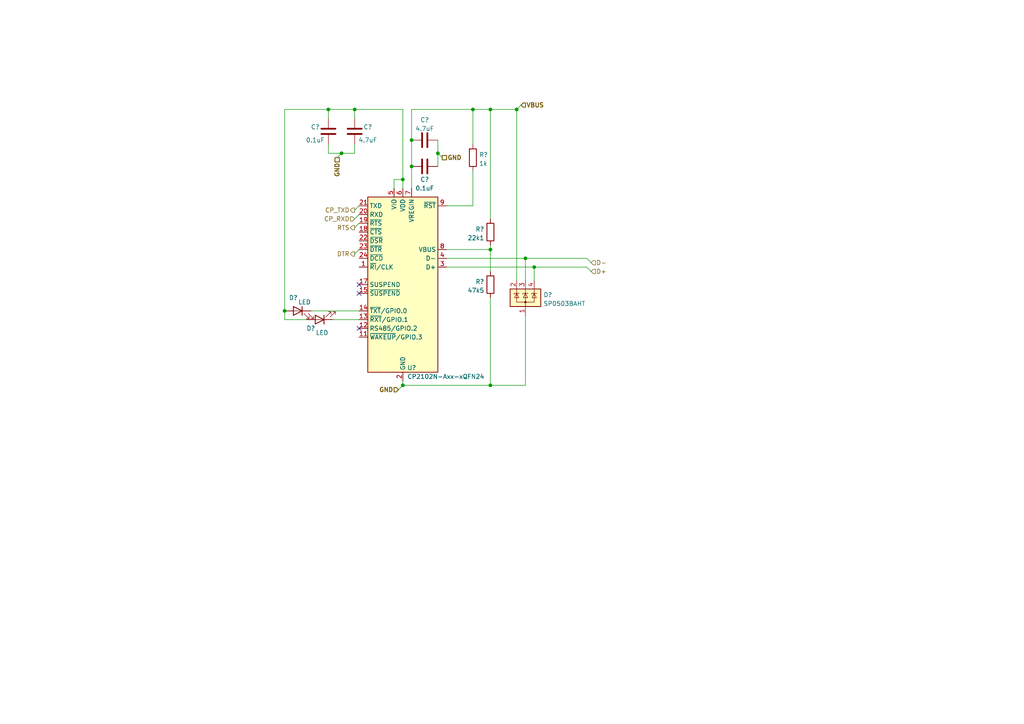
<source format=kicad_sch>
(kicad_sch (version 20211123) (generator eeschema)
  (paper "A4")
  (title_block (title "CanSat 2023") (company "The Project Skyfall"))
  (lib_symbols
    (symbol "Device:C" (pin_numbers hide) (pin_names (offset 0.254))
      (property "Reference" "C" (at 0.635 2.54 0))
      (property "Value" "C" (at 0.635 -2.54 0))
      (symbol "C_0_1"
        (polyline (pts (xy -2.032 -0.762) (xy 2.032 -0.762)) (stroke (width 0.508)))
        (polyline (pts (xy -2.032 0.762) (xy 2.032 0.762)) (stroke (width 0.508)))
      )
      (symbol "C_1_1"
        (pin passive line (at 0 3.81 270) (length 2.794) (name "~") (number "1"))
        (pin passive line (at 0 -3.81 90) (length 2.794) (name "~") (number "2"))
      )
    )
    (symbol "Device:LED" (pin_numbers hide) (pin_names (offset 1.016) hide)
      (property "Reference" "D" (at 0 2.54 0))
      (property "Value" "LED" (at 0 -2.54 0))
      (symbol "LED_0_1"
        (polyline (pts (xy -1.27 -1.27) (xy -1.27 1.27)) (stroke (width 0.254)))
        (polyline (pts (xy -1.27 0) (xy 1.27 0)))
        (polyline (pts (xy 1.27 -1.27) (xy 1.27 1.27) (xy -1.27 0) (xy 1.27 -1.27)) (stroke (width 0.254)))
        (polyline (pts (xy -3.048 -0.762) (xy -4.572 -2.286) (xy -3.81 -2.286) (xy -4.572 -2.286) (xy -4.572 -1.524)))
        (polyline (pts (xy -1.778 -0.762) (xy -3.302 -2.286) (xy -2.54 -2.286) (xy -3.302 -2.286) (xy -3.302 -1.524)))
      )
      (symbol "LED_1_1"
        (pin passive line (at -3.81 0 0) (length 2.54) (name "K") (number "1"))
        (pin passive line (at 3.81 0 180) (length 2.54) (name "A") (number "2"))
      )
    )
    (symbol "Device:R" (pin_numbers hide) (pin_names (offset 0))
      (property "Reference" "R" (at 2.032 0 90))
      (property "Value" "R" (at 0 0 90))
      (symbol "R_0_1"
        (rectangle (start -1.016 -2.54) (end 1.016 2.54) (stroke (width 0.254)))
      )
      (symbol "R_1_1"
        (pin passive line (at 0 3.81 270) (length 1.27) (name "~") (number "1"))
        (pin passive line (at 0 -3.81 90) (length 1.27) (name "~") (number "2"))
      )
    )
    (symbol "Interface_USB:CP2102N-Axx-xQFN24"
      (property "Reference" "U" (at -8.89 26.67 0))
      (property "Value" "CP2102N-Axx-xQFN24" (at 13.97 26.67 0))
      (symbol "CP2102N-Axx-xQFN24_0_1"
        (rectangle (start -10.16 25.4) (end 10.16 -25.4) (stroke (width 0.254)) (fill (type background)))
      )
      (symbol "CP2102N-Axx-xQFN24_1_1"
        (pin bidirectional line (at 12.7 5.08 180) (length 2.54) (name "~{RI}/CLK") (number "1"))
        (pin no_connect line (at -10.16 -22.86 0) (length 2.54) hide (name "NC") (number "10"))
        (pin bidirectional line (at 12.7 -15.24 180) (length 2.54) (name "~{WAKEUP}/GPIO.3") (number "11"))
        (pin bidirectional line (at 12.7 -12.7 180) (length 2.54) (name "RS485/GPIO.2") (number "12"))
        (pin bidirectional line (at 12.7 -10.16 180) (length 2.54) (name "~{RXT}/GPIO.1") (number "13"))
        (pin bidirectional line (at 12.7 -7.62 180) (length 2.54) (name "~{TXT}/GPIO.0") (number "14"))
        (pin output line (at 12.7 -2.54 180) (length 2.54) (name "~{SUSPEND}") (number "15"))
        (pin no_connect line (at 10.16 -22.86 180) (length 2.54) hide (name "NC") (number "16"))
        (pin output line (at 12.7 0 180) (length 2.54) (name "SUSPEND") (number "17"))
        (pin input line (at 12.7 15.24 180) (length 2.54) (name "~{CTS}") (number "18"))
        (pin output line (at 12.7 17.78 180) (length 2.54) (name "~{RTS}") (number "19"))
        (pin power_in line (at 0 -27.94 90) (length 2.54) (name "GND") (number "2"))
        (pin input line (at 12.7 20.32 180) (length 2.54) (name "RXD") (number "20"))
        (pin output line (at 12.7 22.86 180) (length 2.54) (name "TXD") (number "21"))
        (pin input line (at 12.7 12.7 180) (length 2.54) (name "~{DSR}") (number "22"))
        (pin output line (at 12.7 10.16 180) (length 2.54) (name "~{DTR}") (number "23"))
        (pin input line (at 12.7 7.62 180) (length 2.54) (name "~{DCD}") (number "24"))
        (pin passive line (at 0 -27.94 90) (length 2.54) hide (name "GND") (number "25"))
        (pin bidirectional line (at -12.7 5.08 0) (length 2.54) (name "D+") (number "3"))
        (pin bidirectional line (at -12.7 7.62 0) (length 2.54) (name "D-") (number "4"))
        (pin power_in line (at 2.54 27.94 270) (length 2.54) (name "VIO") (number "5"))
        (pin power_in line (at 0 27.94 270) (length 2.54) (name "VDD") (number "6"))
        (pin power_in line (at -2.54 27.94 270) (length 2.54) (name "VREGIN") (number "7"))
        (pin input line (at -12.7 10.16 0) (length 2.54) (name "VBUS") (number "8"))
        (pin input line (at -12.7 22.86 0) (length 2.54) (name "~{RST}") (number "9"))
      )
    )
    (symbol "Power_Protection:SP0503BAHT" (pin_names hide)
      (property "Reference" "D" (at 5.715 2.54 0))
      (property "Value" "SP0503BAHT" (at 5.715 0.635 0))
      (symbol "SP0503BAHT_0_0"
        (pin passive line (at 0 -5.08 90) (length 2.54) (name "A") (number "1"))
      )
      (symbol "SP0503BAHT_0_1"
        (rectangle (start -4.445 2.54) (end 4.445 -2.54) (stroke (width 0.254)) (fill (type background)))
        (circle (center 0 -1.27) (radius 0.254) (fill (type outline)))
        (polyline (pts (xy -2.54 2.54) (xy -2.54 1.27)))
        (polyline (pts (xy 0 -1.27) (xy 0 -2.54)))
        (polyline (pts (xy 0 -1.27) (xy 0 1.27)))
        (polyline (pts (xy 0 2.54) (xy 0 1.27)))
        (polyline (pts (xy 0.635 1.27) (xy 0.762 1.27)))
        (polyline (pts (xy 2.54 2.54) (xy 2.54 1.27)))
        (polyline (pts (xy 0.635 1.27) (xy -0.762 1.27) (xy -0.762 1.016)))
        (polyline (pts (xy -3.302 1.016) (xy -3.302 1.27) (xy -1.905 1.27) (xy -1.778 1.27)))
        (polyline (pts (xy -2.54 1.27) (xy -2.54 -1.27) (xy 2.54 -1.27) (xy 2.54 1.27)))
        (polyline (pts (xy -2.54 1.27) (xy -1.905 0) (xy -3.175 0) (xy -2.54 1.27)))
        (polyline (pts (xy 0.635 0) (xy -0.635 0) (xy 0 1.27) (xy 0.635 0)))
        (polyline (pts (xy 1.778 1.016) (xy 1.778 1.27) (xy 3.175 1.27) (xy 3.302 1.27)))
        (polyline (pts (xy 2.54 1.27) (xy 1.905 0) (xy 3.175 0) (xy 2.54 1.27)))
      )
      (symbol "SP0503BAHT_1_1"
        (pin passive line (at -2.54 5.08 270) (length 2.54) (name "K") (number "2"))
        (pin passive line (at 0 5.08 270) (length 2.54) (name "K") (number "3"))
        (pin passive line (at 2.54 5.08 270) (length 2.54) (name "K") (number "4"))
      )
    )
  )
  (junction (at 142.24 31.75))
  (junction (at 102.87 31.75))
  (junction (at 82.55 90.17))
  (junction (at 137.16 31.75))
  (junction (at 152.4 74.93))
  (junction (at 119.38 40.64))
  (junction (at 154.94 77.47))
  (junction (at 149.86 31.75))
  (junction (at 119.38 48.26))
  (junction (at 99.06 44.45))
  (junction (at 127 44.45))
  (junction (at 142.24 111.76))
  (junction (at 142.24 72.39))
  (junction (at 116.84 52.07))
  (junction (at 95.25 31.75))
  (junction (at 116.84 111.76))
  (no_connect (at 104.14 95.25))
  (no_connect (at 104.14 82.55))
  (no_connect (at 104.14 85.09))
  (wire (pts (xy 88.9 92.71) (xy 82.55 92.71)))
  (wire (pts (xy 170.18 74.93) (xy 171.45 76.2)))
  (wire (pts (xy 82.55 31.75) (xy 95.25 31.75)))
  (wire (pts (xy 82.55 31.75) (xy 82.55 90.17)))
  (wire (pts (xy 116.84 111.76) (xy 142.24 111.76)))
  (wire (pts (xy 119.38 40.64) (xy 119.38 48.26)))
  (wire (pts (xy 119.38 48.26) (xy 119.38 54.61)))
  (wire (pts (xy 96.52 92.71) (xy 104.14 92.71)))
  (wire (pts (xy 102.87 44.45) (xy 102.87 41.91)))
  (wire (pts (xy 95.25 44.45) (xy 95.25 41.91)))
  (wire (pts (xy 127 40.64) (xy 127 44.45)))
  (wire (pts (xy 95.25 31.75) (xy 102.87 31.75)))
  (wire (pts (xy 82.55 90.17) (xy 82.55 92.71)))
  (wire (pts (xy 116.84 52.07) (xy 114.3 52.07)))
  (wire (pts (xy 154.94 81.28) (xy 154.94 77.47)))
  (wire (pts (xy 90.17 90.17) (xy 104.14 90.17)))
  (wire (pts (xy 142.24 111.76) (xy 152.4 111.76)))
  (wire (pts (xy 102.87 44.45) (xy 99.06 44.45)))
  (wire (pts (xy 142.24 63.5) (xy 142.24 31.75)))
  (wire (pts (xy 95.25 34.29) (xy 95.25 31.75)))
  (wire (pts (xy 102.87 63.5) (xy 104.14 62.23)))
  (wire (pts (xy 119.38 31.75) (xy 137.16 31.75)))
  (wire (pts (xy 127 44.45) (xy 127 48.26)))
  (wire (pts (xy 102.87 66.04) (xy 104.14 64.77)))
  (wire (pts (xy 116.84 54.61) (xy 116.84 52.07)))
  (wire (pts (xy 115.57 113.03) (xy 116.84 111.76)))
  (wire (pts (xy 149.86 31.75) (xy 151.13 30.48)))
  (wire (pts (xy 99.06 44.45) (xy 97.79 45.72)))
  (wire (pts (xy 104.14 59.69) (xy 102.87 60.96)))
  (wire (pts (xy 129.54 77.47) (xy 154.94 77.47)))
  (wire (pts (xy 102.87 31.75) (xy 116.84 31.75)))
  (wire (pts (xy 99.06 44.45) (xy 95.25 44.45)))
  (wire (pts (xy 129.54 74.93) (xy 152.4 74.93)))
  (wire (pts (xy 154.94 77.47) (xy 170.18 77.47)))
  (wire (pts (xy 127 44.45) (xy 128.27 45.72)))
  (wire (pts (xy 129.54 72.39) (xy 142.24 72.39)))
  (wire (pts (xy 116.84 110.49) (xy 116.84 111.76)))
  (wire (pts (xy 170.18 77.47) (xy 171.45 78.74)))
  (wire (pts (xy 119.38 31.75) (xy 119.38 40.64)))
  (wire (pts (xy 142.24 71.12) (xy 142.24 72.39)))
  (wire (pts (xy 142.24 72.39) (xy 142.24 78.74)))
  (wire (pts (xy 129.54 59.69) (xy 137.16 59.69)))
  (wire (pts (xy 137.16 49.53) (xy 137.16 59.69)))
  (wire (pts (xy 149.86 31.75) (xy 149.86 81.28)))
  (wire (pts (xy 142.24 86.36) (xy 142.24 111.76)))
  (wire (pts (xy 137.16 31.75) (xy 142.24 31.75)))
  (wire (pts (xy 152.4 91.44) (xy 152.4 111.76)))
  (wire (pts (xy 116.84 31.75) (xy 116.84 52.07)))
  (wire (pts (xy 102.87 73.66) (xy 104.14 72.39)))
  (wire (pts (xy 137.16 41.91) (xy 137.16 31.75)))
  (wire (pts (xy 114.3 54.61) (xy 114.3 52.07)))
  (wire (pts (xy 102.87 34.29) (xy 102.87 31.75)))
  (wire (pts (xy 152.4 74.93) (xy 170.18 74.93)))
  (wire (pts (xy 142.24 31.75) (xy 149.86 31.75)))
  (wire (pts (xy 152.4 81.28) (xy 152.4 74.93)))
  (hierarchical_label "D-" (shape input) (at 171.45 76.2 0))
  (hierarchical_label "CP_TXD" (shape output) (at 102.87 60.96 180))
  (hierarchical_label "GND" (shape passive) (at 128.27 45.72 0) (effects (font (thickness 0.254) bold)))
  (hierarchical_label "CP_RXD" (shape input) (at 102.87 63.5 180))
  (hierarchical_label "D+" (shape input) (at 171.45 78.74 0))
  (hierarchical_label "VBUS" (shape input) (at 151.13 30.48 0) (effects (font (thickness 0.254) bold)))
  (hierarchical_label "RTS" (shape output) (at 102.87 66.04 180))
  (hierarchical_label "DTR" (shape output) (at 102.87 73.66 180))
  (hierarchical_label "GND" (shape passive) (at 97.79 45.72 270) (effects (font (thickness 0.254) bold)))
  (hierarchical_label "GND" (shape input) (at 115.57 113.03 180) (effects (font (thickness 0.254) bold)))
  (symbol (lib_id "Power_Protection:SP0503BAHT") (at 152.4 86.36 0) (unit 1)
    (property "Reference" "D?" (at 157.607 85.5253 0) (effects (justify left)))
    (property "Value" "SP0503BAHT" (at 157.607 88.0622 0) (effects (justify left)))
    (property "Footprint" "Package_TO_SOT_SMD:SOT-143" (effects hide))
    (property "Datasheet" "http://www.littelfuse.com/~/media/files/littelfuse/technical%20resources/documents/data%20sheets/sp05xxba.pdf" (effects hide))
    (property "Mouser" "https://eu.mouser.com/ProductDetail/Littelfuse/SP0503BAHTG?qs=uD%2FdkN7XIa0NTYXwHdELYA%3D%3D" (effects hide))
  )
  (symbol (lib_id "Device:LED") (at 86.36 90.17 0) (mirror y) (unit 1)
    (property "Reference" "D?" (at 86.36 86.36 0) (effects (justify left)))
    (property "Value" "LED" (at 90.17 87.63 0) (effects (justify left)))
  )
  (symbol (lib_id "Device:LED") (at 92.71 92.71 180) (unit 1)
    (property "Reference" "D?" (at 91.44 95.25 0) (effects (justify left)))
    (property "Value" "LED" (at 95.25 96.52 0) (effects (justify left)))
  )
  (symbol (lib_id "Device:R") (at 142.24 82.55 0) (mirror x) (unit 1)
    (property "Reference" "R?" (at 140.4621 81.7153 0) (effects (justify right)))
    (property "Value" "47k5" (at 140.4621 84.2522 0) (effects (justify right)))
  )
  (symbol (lib_id "Device:C") (at 95.25 38.1 0) (mirror y) (unit 1)
    (property "Reference" "C?" (at 91.44 36.83 0))
    (property "Value" "0.1uF" (at 91.44 40.64 0))
  )
  (symbol (lib_id "Device:C") (at 102.87 38.1 0) (unit 1)
    (property "Reference" "C?" (at 106.68 36.83 0))
    (property "Value" "4.7uF" (at 106.68 40.64 0))
  )
  (symbol (lib_id "Device:C") (at 123.19 48.26 90) (mirror x) (unit 1)
    (property "Reference" "C?" (at 123.19 52.07 90))
    (property "Value" "0.1uF" (at 123.19 54.61 90))
  )
  (symbol (lib_id "Device:R") (at 137.16 45.72 180) (unit 1)
    (property "Reference" "R?" (at 138.938 44.8853 0) (effects (justify right)))
    (property "Value" "1k" (at 138.938 47.4222 0) (effects (justify right)))
  )
  (symbol (lib_id "Interface_USB:CP2102N-Axx-xQFN24") (at 116.84 82.55 0) (mirror y) (unit 1)
    (property "Reference" "U?" (at 118.11 106.68 0) (effects (justify right)))
    (property "Value" "CP2102N-Axx-xQFN24" (at 118.11 109.22 0) (effects (justify right)))
    (property "Footprint" "Package_DFN_QFN:QFN-24-1EP_4x4mm_P0.5mm_EP2.6x2.6mm" (effects hide))
    (property "Datasheet" "https://www.silabs.com/documents/public/data-sheets/cp2102n-datasheet.pdf" (effects hide))
  )
  (symbol (lib_id "Device:C") (at 123.19 40.64 90) (unit 1)
    (property "Reference" "C?" (at 123.19 34.7812 90))
    (property "Value" "4.7uF" (at 123.19 37.3181 90))
  )
  (symbol (lib_id "Device:R") (at 142.24 67.31 0) (mirror x) (unit 1)
    (property "Reference" "R?" (at 140.4621 66.4753 0) (effects (justify right)))
    (property "Value" "22k1" (at 140.4621 69.0122 0) (effects (justify right)))
  )
)
</source>
